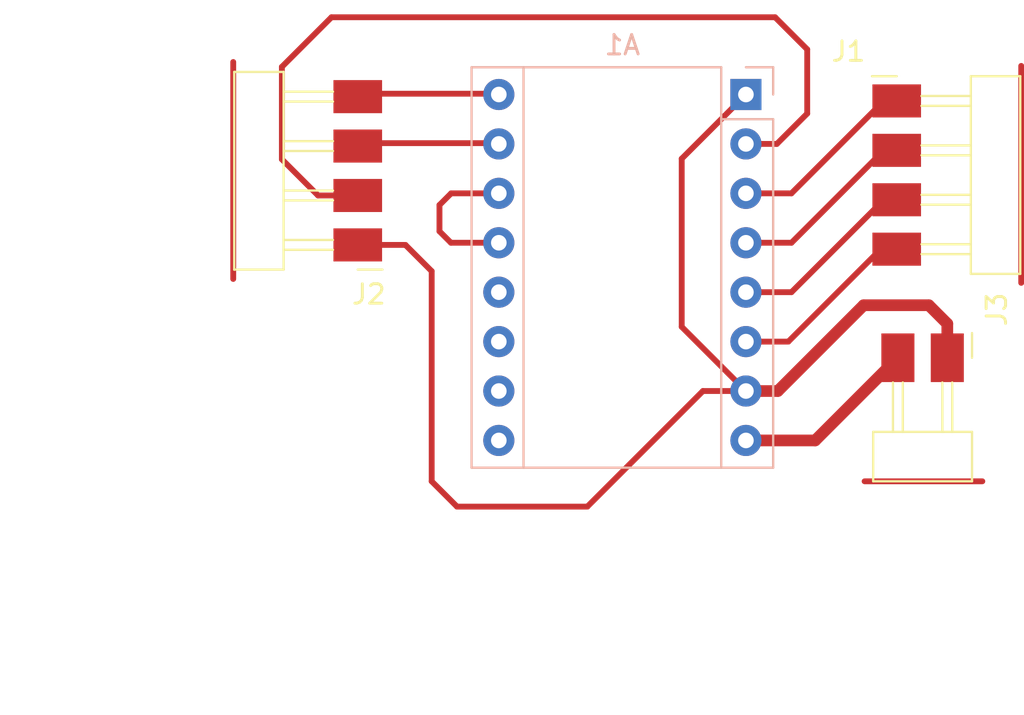
<source format=kicad_pcb>
(kicad_pcb (version 20240108) (generator "pcbnew") (generator_version "8.0")
  (layers (0 "F.Cu" signal) (31 "B.Cu" signal) (34 "B.Paste" user) (35 "F.Paste" user) (36 "B.SilkS" user "B.Silkscreen") (37 "F.SilkS" user "F.Silkscreen") (38 "B.Mask" user) (39 "F.Mask" user) (44 "Edge.Cuts" user))
  (net 0 "")
  (net 1 "RESET")
  (net 2 "GND")
  (net 4 "VMOT")
  (net 5 "VDD")
  (net 7 "STEP")
  (net 8 "1A")
  (net 10 "2A")
  (net 11 "2B")
  (net 13 "DIR")
  (net 14 "1B")
  (footprint "fab:PinHeader_1x04_P2.54mm_Horizontal_SMD" (layer "F.Cu") (at 144.9 58.7)
    (property "Reference" "J1" (at -1.524 -2.54 0) (layer "F.SilkS") (effects (justify right)))
    (property "Value" "Conn_PinHeader_1x04_P2.54mm_Horizontal_SMD" (hide yes))
    (fp_line (start -1.27 -1.27) (end 0 -1.27) (stroke (width 0.12)) (layer "F.SilkS"))
    (fp_line (start 3.81 -1.27) (end 6.35 -1.27) (stroke (width 0.12)) (layer "F.SilkS"))
    (fp_line (start 3.81 -0.254) (end 1.27 -0.254) (stroke (width 0.12)) (layer "F.SilkS"))
    (fp_line (start 3.81 0.254) (end 1.27 0.254) (stroke (width 0.12)) (layer "F.SilkS"))
    (fp_line (start 3.81 2.286) (end 1.27 2.286) (stroke (width 0.12)) (layer "F.SilkS"))
    (fp_line (start 3.81 2.794) (end 1.27 2.794) (stroke (width 0.12)) (layer "F.SilkS"))
    (fp_line (start 3.81 4.826) (end 1.27 4.826) (stroke (width 0.12)) (layer "F.SilkS"))
    (fp_line (start 3.81 5.334) (end 1.27 5.334) (stroke (width 0.12)) (layer "F.SilkS"))
    (fp_line (start 3.81 7.366) (end 1.27 7.366) (stroke (width 0.12)) (layer "F.SilkS"))
    (fp_line (start 3.81 7.874) (end 1.27 7.874) (stroke (width 0.12)) (layer "F.SilkS"))
    (fp_line (start 3.81 8.89) (end 3.81 -1.27) (stroke (width 0.12)) (layer "F.SilkS"))
    (fp_line (start 6.35 -1.27) (end 6.35 8.89) (stroke (width 0.12)) (layer "F.SilkS"))
    (fp_line (start 6.35 8.89) (end 3.81 8.89) (stroke (width 0.12)) (layer "F.SilkS"))
    (pad "1" smd rect (at 0 0) (size 2.5 1.7) (layers "F.Cu" "F.Paste" "F.Mask") (net 14 "1B"))
    (pad "2" smd rect (at 0 2.54) (size 2.5 1.7) (layers "F.Cu" "F.Paste" "F.Mask") (net 8 "1A"))
    (pad "3" smd rect (at 0 5.08) (size 2.5 1.7) (layers "F.Cu" "F.Paste" "F.Mask") (net 10 "2A"))
    (pad "4" smd rect (at 0 7.62) (size 2.5 1.7) (layers "F.Cu" "F.Paste" "F.Mask") (net 11 "2B"))
  )
  (footprint "fab:PinHeader_1x02_P2.54mm_Horizontal_SMD" (layer "F.Cu") (at 147.5 71.9 -90)
    (property "Reference" "J3" (at -1.524 -2.54 90) (layer "F.SilkS") (effects (justify left)))
    (property "Value" "Conn_PinHeader_1x02_P2.54mm_Horizontal_SMD")
    (fp_line (start 3.81 3.81) (end 3.81 -1.27) (stroke (width 0.12)) (layer "F.SilkS"))
    (fp_line (start 6.35 3.81) (end 3.81 3.81) (stroke (width 0.12)) (layer "F.SilkS"))
    (fp_line (start 3.81 2.794) (end 1.27 2.794) (stroke (width 0.12)) (layer "F.SilkS"))
    (fp_line (start 3.81 2.286) (end 1.27 2.286) (stroke (width 0.12)) (layer "F.SilkS"))
    (fp_line (start 3.81 0.254) (end 1.27 0.254) (stroke (width 0.12)) (layer "F.SilkS"))
    (fp_line (start 3.81 -0.254) (end 1.27 -0.254) (stroke (width 0.12)) (layer "F.SilkS"))
    (fp_line (start -1.27 -1.27) (end 0 -1.27) (stroke (width 0.12)) (layer "F.SilkS"))
    (fp_line (start 3.81 -1.27) (end 6.35 -1.27) (stroke (width 0.12)) (layer "F.SilkS"))
    (fp_line (start 6.35 -1.27) (end 6.35 3.81) (stroke (width 0.12)) (layer "F.SilkS"))
    (pad "1" smd rect (at 0 0 270) (size 2.5 1.7) (layers "F.Cu" "F.Paste" "F.Mask") (net 2 "GND"))
    (pad "2" smd rect (at 0 2.54 270) (size 2.5 1.7) (layers "F.Cu" "F.Paste" "F.Mask") (net 4 "VMOT"))
  )
  (footprint "fab:PinHeader_1x04_P2.54mm_Horizontal_SMD" (layer "F.Cu") (at 117.2 66.1 180)
    (property "Reference" "J2" (at -1.524 -2.54 180) (layer "F.SilkS") (effects (justify right)))
    (property "Value" "Conn_PinHeader_1x04_P2.54mm_Horizontal_SMD")
    (fp_line (start 6.35 8.89) (end 3.81 8.89) (stroke (width 0.12)) (layer "F.SilkS"))
    (fp_line (start 6.35 -1.27) (end 6.35 8.89) (stroke (width 0.12)) (layer "F.SilkS"))
    (fp_line (start 3.81 8.89) (end 3.81 -1.27) (stroke (width 0.12)) (layer "F.SilkS"))
    (fp_line (start 3.81 7.874) (end 1.27 7.874) (stroke (width 0.12)) (layer "F.SilkS"))
    (fp_line (start 3.81 7.366) (end 1.27 7.366) (stroke (width 0.12)) (layer "F.SilkS"))
    (fp_line (start 3.81 5.334) (end 1.27 5.334) (stroke (width 0.12)) (layer "F.SilkS"))
    (fp_line (start 3.81 4.826) (end 1.27 4.826) (stroke (width 0.12)) (layer "F.SilkS"))
    (fp_line (start 3.81 2.794) (end 1.27 2.794) (stroke (width 0.12)) (layer "F.SilkS"))
    (fp_line (start 3.81 2.286) (end 1.27 2.286) (stroke (width 0.12)) (layer "F.SilkS"))
    (fp_line (start 3.81 0.254) (end 1.27 0.254) (stroke (width 0.12)) (layer "F.SilkS"))
    (fp_line (start 3.81 -0.254) (end 1.27 -0.254) (stroke (width 0.12)) (layer "F.SilkS"))
    (fp_line (start 3.81 -1.27) (end 6.35 -1.27) (stroke (width 0.12)) (layer "F.SilkS"))
    (fp_line (start -1.27 -1.27) (end 0 -1.27) (stroke (width 0.12)) (layer "F.SilkS"))
    (pad "1" smd rect (at 0 0 180) (size 2.5 1.7) (layers "F.Cu" "F.Paste" "F.Mask") (net 2 "GND"))
    (pad "2" smd rect (at 0 2.54 180) (size 2.5 1.7) (layers "F.Cu" "F.Paste" "F.Mask") (net 5 "VDD"))
    (pad "3" smd rect (at 0 5.08 180) (size 2.5 1.7) (layers "F.Cu" "F.Paste" "F.Mask") (net 7 "STEP"))
    (pad "4" smd rect (at 0 7.62 180) (size 2.5 1.7) (layers "F.Cu" "F.Paste" "F.Mask") (net 13 "DIR"))
  )
  (footprint "Module:Pololu_Breakout-16_15.2x20.3mm" (layer "B.Cu") (at 137.15 58.37 180)
    (property "Reference" "A1" (at 6.35 2.54 180) (layer "B.SilkS") (effects (justify mirror)))
    (property "Value" "Pololu_Breakout_A4988" (hide yes))
    (fp_line (start 14.1 1.4) (end 14.1 -19.18) (stroke (width 0.12)) (layer "B.SilkS"))
    (fp_line (start 14.1 -19.18) (end -1.4 -19.18) (stroke (width 0.12)) (layer "B.SilkS"))
    (fp_line (start 11.43 -19.18) (end 11.43 1.4) (stroke (width 0.12)) (layer "B.SilkS"))
    (fp_line (start 1.27 1.4) (end 14.1 1.4) (stroke (width 0.12)) (layer "B.SilkS"))
    (fp_line (start 1.27 -1.27) (end 1.27 1.4) (stroke (width 0.12)) (layer "B.SilkS"))
    (fp_line (start 1.27 -19.18) (end 1.27 -1.27) (stroke (width 0.12)) (layer "B.SilkS"))
    (fp_line (start -1.4 1.4) (end 0 1.4) (stroke (width 0.12)) (layer "B.SilkS"))
    (fp_line (start -1.4 0) (end -1.4 1.4) (stroke (width 0.12)) (layer "B.SilkS"))
    (fp_line (start -1.4 -1.27) (end 1.27 -1.27) (stroke (width 0.12)) (layer "B.SilkS"))
    (fp_line (start -1.4 -19.18) (end -1.4 -1.27) (stroke (width 0.12)) (layer "B.SilkS"))
    (pad "1" thru_hole rect (at 0 0 180) (size 1.6 1.6) (drill 0.8) (layers "*.Cu" "*.Mask") (net 2 "GND"))
    (pad "2" thru_hole oval (at 0 -2.54 180) (size 1.6 1.6) (drill 0.8) (layers "*.Cu" "*.Mask") (net 5 "VDD"))
    (pad "3" thru_hole oval (at 0 -5.08 180) (size 1.6 1.6) (drill 0.8) (layers "*.Cu" "*.Mask") (net 14 "1B"))
    (pad "4" thru_hole oval (at 0 -7.62 180) (size 1.6 1.6) (drill 0.8) (layers "*.Cu" "*.Mask") (net 8 "1A"))
    (pad "5" thru_hole oval (at 0 -10.16 180) (size 1.6 1.6) (drill 0.8) (layers "*.Cu" "*.Mask") (net 10 "2A"))
    (pad "6" thru_hole oval (at 0 -12.7 180) (size 1.6 1.6) (drill 0.8) (layers "*.Cu" "*.Mask") (net 11 "2B"))
    (pad "7" thru_hole oval (at 0 -15.24 180) (size 1.6 1.6) (drill 0.8) (layers "*.Cu" "*.Mask") (net 2 "GND"))
    (pad "8" thru_hole oval (at 0 -17.78 180) (size 1.6 1.6) (drill 0.8) (layers "*.Cu" "*.Mask") (net 4 "VMOT"))
    (pad "9" thru_hole oval (at 12.7 -17.78 180) (size 1.6 1.6) (drill 0.8) (layers "*.Cu" "*.Mask"))
    (pad "10" thru_hole oval (at 12.7 -15.24 180) (size 1.6 1.6) (drill 0.8) (layers "*.Cu" "*.Mask"))
    (pad "11" thru_hole oval (at 12.7 -12.7 180) (size 1.6 1.6) (drill 0.8) (layers "*.Cu" "*.Mask"))
    (pad "12" thru_hole oval (at 12.7 -10.16 180) (size 1.6 1.6) (drill 0.8) (layers "*.Cu" "*.Mask"))
    (pad "13" thru_hole oval (at 12.7 -7.62 180) (size 1.6 1.6) (drill 0.8) (layers "*.Cu" "*.Mask") (net 1 "RESET"))
    (pad "14" thru_hole oval (at 12.7 -5.08 180) (size 1.6 1.6) (drill 0.8) (layers "*.Cu" "*.Mask") (net 1 "RESET"))
    (pad "15" thru_hole oval (at 12.7 -2.54 180) (size 1.6 1.6) (drill 0.8) (layers "*.Cu" "*.Mask") (net 7 "STEP"))
    (pad "16" thru_hole oval (at 12.7 0 180) (size 1.6 1.6) (drill 0.8) (layers "*.Cu" "*.Mask") (net 13 "DIR"))
  )
  (segment (start 143.25 78.25) (end 149.3 78.25) (width 0.3) (layer "F.Cu") (net 0))
  (segment (start 151.3 56.9) (end 151.3 68.05) (width 0.3) (layer "F.Cu") (net 0))
  (segment (start 110.8 56.7) (end 110.8 67.85) (width 0.3) (layer "F.Cu") (net 0))
  (segment (start 121.4 65.4) (end 121.99 65.99) (width 0.3) (layer "F.Cu") (net 1))
  (segment (start 121.4 64.05) (end 121.4 65.4) (width 0.3) (layer "F.Cu") (net 1))
  (segment (start 122 63.45) (end 121.4 64.05) (width 0.3) (layer "F.Cu") (net 1))
  (segment (start 121.99 65.99) (end 124.45 65.99) (width 0.3) (layer "F.Cu") (net 1))
  (segment (start 124.45 63.45) (end 122 63.45) (width 0.3) (layer "F.Cu") (net 1))
  (segment (start 147.5 70.15) (end 147.5 71.9) (width 0.6) (layer "F.Cu") (net 2))
  (segment (start 137.15 73.61) (end 133.85 70.31) (width 0.3) (layer "F.Cu") (net 2))
  (segment (start 134.94 73.61) (end 137.15 73.61) (width 0.3) (layer "F.Cu") (net 2))
  (segment (start 117.2 66.1) (end 119.65 66.1) (width 0.3) (layer "F.Cu") (net 2))
  (segment (start 129 79.55) (end 134.94 73.61) (width 0.3) (layer "F.Cu") (net 2))
  (segment (start 121 78.25) (end 122.3 79.55) (width 0.3) (layer "F.Cu") (net 2))
  (segment (start 137.15 73.61) (end 138.79 73.61) (width 0.6) (layer "F.Cu") (net 2))
  (segment (start 143.2 69.2) (end 146.55 69.2) (width 0.6) (layer "F.Cu") (net 2))
  (segment (start 122.3 79.55) (end 129 79.55) (width 0.3) (layer "F.Cu") (net 2))
  (segment (start 121 67.45) (end 121 78.25) (width 0.3) (layer "F.Cu") (net 2))
  (segment (start 133.85 61.67) (end 137.15 58.37) (width 0.3) (layer "F.Cu") (net 2))
  (segment (start 119.65 66.1) (end 121 67.45) (width 0.3) (layer "F.Cu") (net 2))
  (segment (start 138.79 73.61) (end 143.2 69.2) (width 0.6) (layer "F.Cu") (net 2))
  (segment (start 133.85 70.31) (end 133.85 61.67) (width 0.3) (layer "F.Cu") (net 2))
  (segment (start 146.55 69.2) (end 147.5 70.15) (width 0.6) (layer "F.Cu") (net 2))
  (segment (start 140.71 76.15) (end 144.96 71.9) (width 0.6) (layer "F.Cu") (net 4))
  (segment (start 137.15 76.15) (end 140.71 76.15) (width 0.6) (layer "F.Cu") (net 4))
  (segment (start 113.3 61.7) (end 113.3 56.95) (width 0.3) (layer "F.Cu") (net 5))
  (segment (start 117.2 63.56) (end 115.16 63.56) (width 0.3) (layer "F.Cu") (net 5))
  (segment (start 140.3 56.05) (end 140.3 59.35) (width 0.3) (layer "F.Cu") (net 5))
  (segment (start 113.3 56.95) (end 115.85 54.4) (width 0.3) (layer "F.Cu") (net 5))
  (segment (start 138.65 54.4) (end 140.3 56.05) (width 0.3) (layer "F.Cu") (net 5))
  (segment (start 115.16 63.56) (end 113.3 61.7) (width 0.3) (layer "F.Cu") (net 5))
  (segment (start 115.85 54.4) (end 138.65 54.4) (width 0.3) (layer "F.Cu") (net 5))
  (segment (start 138.74 60.91) (end 137.15 60.91) (width 0.3) (layer "F.Cu") (net 5))
  (segment (start 140.3 59.35) (end 138.74 60.91) (width 0.3) (layer "F.Cu") (net 5))
  (segment (start 117.35 60.87) (end 124.41 60.87) (width 0.3) (layer "F.Cu") (net 7))
  (segment (start 117.2 61.02) (end 117.35 60.87) (width 0.3) (layer "F.Cu") (net 7))
  (segment (start 124.41 60.87) (end 124.45 60.91) (width 0.3) (layer "F.Cu") (net 7))
  (segment (start 139.49 65.99) (end 144.24 61.24) (width 0.3) (layer "F.Cu") (net 8))
  (segment (start 137.15 65.99) (end 139.49 65.99) (width 0.3) (layer "F.Cu") (net 8))
  (segment (start 144.24 61.24) (end 144.9 61.24) (width 0.3) (layer "F.Cu") (net 8))
  (segment (start 139.49 68.53) (end 144.24 63.78) (width 0.3) (layer "F.Cu") (net 10))
  (segment (start 144.24 63.78) (end 144.9 63.78) (width 0.3) (layer "F.Cu") (net 10))
  (segment (start 137.15 68.53) (end 139.49 68.53) (width 0.3) (layer "F.Cu") (net 10))
  (segment (start 139.33 71.07) (end 144.08 66.32) (width 0.3) (layer "F.Cu") (net 11))
  (segment (start 137.15 71.07) (end 139.33 71.07) (width 0.3) (layer "F.Cu") (net 11))
  (segment (start 144.08 66.32) (end 144.9 66.32) (width 0.3) (layer "F.Cu") (net 11))
  (segment (start 124.41 58.33) (end 124.45 58.37) (width 0.3) (layer "F.Cu") (net 13))
  (segment (start 117.2 58.48) (end 117.35 58.33) (width 0.3) (layer "F.Cu") (net 13))
  (segment (start 117.35 58.33) (end 124.41 58.33) (width 0.3) (layer "F.Cu") (net 13))
  (segment (start 137.15 63.45) (end 139.49 63.45) (width 0.3) (layer "F.Cu") (net 14))
  (segment (start 144.24 58.7) (end 144.9 58.7) (width 0.3) (layer "F.Cu") (net 14))
  (segment (start 139.49 63.45) (end 144.24 58.7) (width 0.3) (layer "F.Cu") (net 14))
)
</source>
